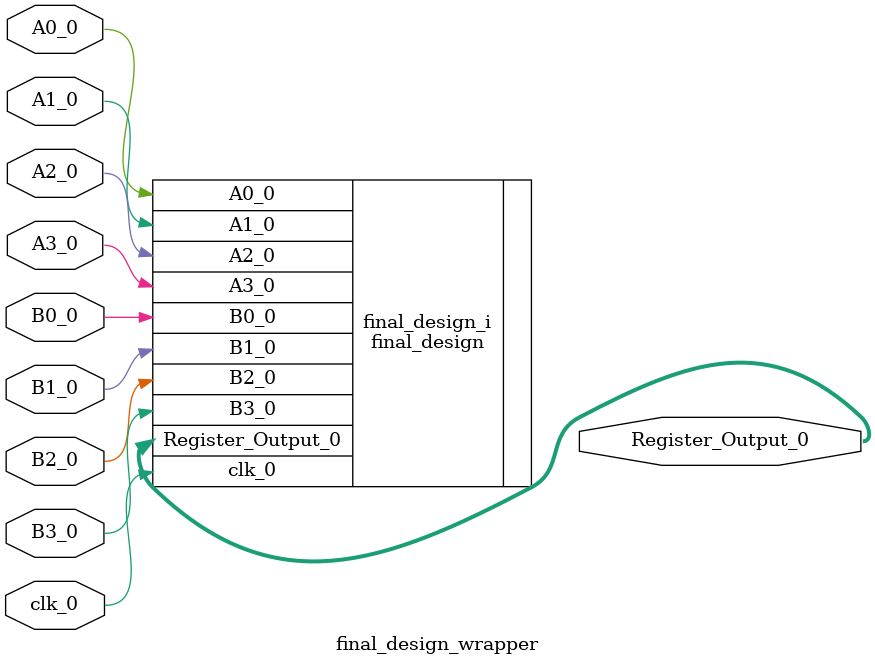
<source format=v>

`timescale 1 ps / 1 ps

module final_design_wrapper
   (A0_0,
    A1_0,
    A2_0,
    A3_0,
    B0_0,
    B1_0,
    B2_0,
    B3_0,
    Register_Output_0,
    clk_0);
  input A0_0;
  input A1_0;
  input A2_0;
  input A3_0;
  input B0_0;
  input B1_0;
  input B2_0;
  input B3_0;
  output [7:0]Register_Output_0;
  input clk_0;

  wire A0_0;
  wire A1_0;
  wire A2_0;
  wire A3_0;
  wire B0_0;
  wire B1_0;
  wire B2_0;
  wire B3_0;
  wire [7:0]Register_Output_0;
  wire clk_0;

  final_design final_design_i
       (.A0_0(A0_0),
        .A1_0(A1_0),
        .A2_0(A2_0),
        .A3_0(A3_0),
        .B0_0(B0_0),
        .B1_0(B1_0),
        .B2_0(B2_0),
        .B3_0(B3_0),
        .Register_Output_0(Register_Output_0),
        .clk_0(clk_0));
endmodule

</source>
